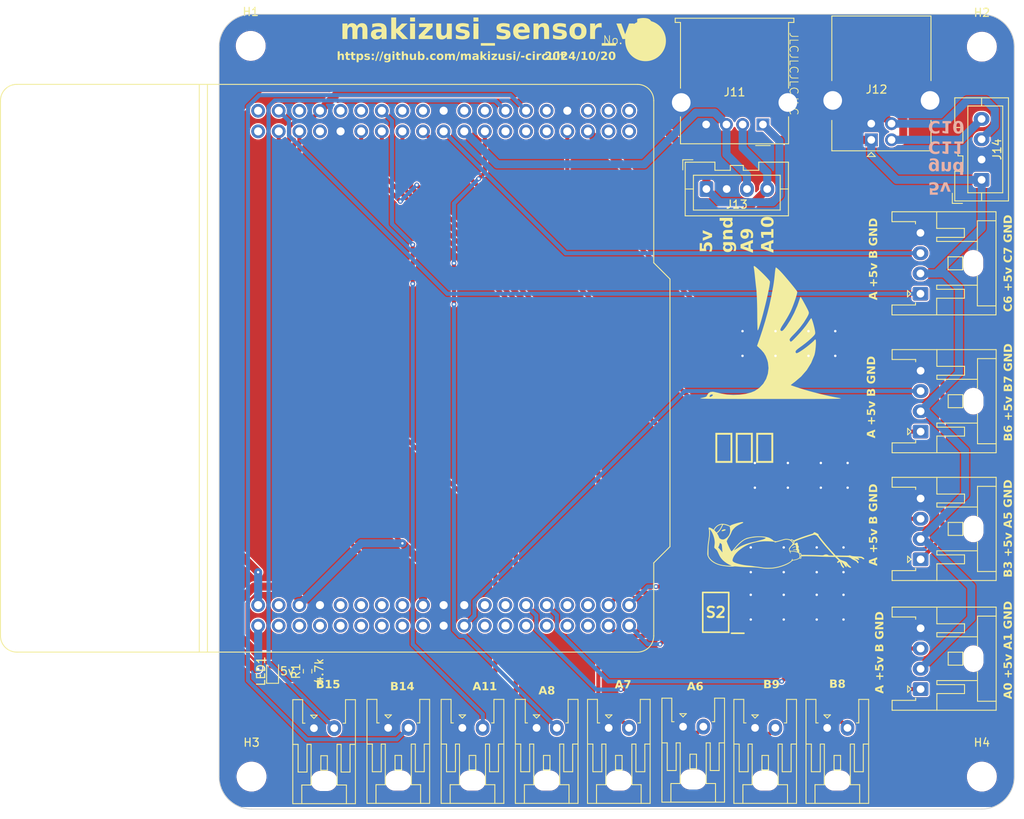
<source format=kicad_pcb>
(kicad_pcb (version 20221018) (generator pcbnew)
  (layers (0 "F.Cu" signal) (31 "B.Cu" signal) (34 "B.Paste" user) (35 "F.Paste" user) (36 "B.SilkS" user "B.Silkscreen") (37 "F.SilkS" user "F.Silkscreen") (38 "B.Mask" user) (39 "F.Mask" user) (44 "Edge.Cuts" user))
  (net 0 "")
  (net 1 "Net-(U1-PC0(PB9))")
  (net 2 "Net-(U1-PC1(PB9))")
  (net 3 "GND")
  (net 4 "Net-(U1-PC2)")
  (net 5 "Net-(U1-PC3)")
  (net 10 "B6")
  (net 11 "B7")
  (net 12 "B8")
  (net 13 "B9")
  (net 15 "Net-(LED1-A)")
  (net 17 "C6")
  (net 18 "C7")
  (net 21 "C10")
  (net 22 "C11")
  (net 26 "+5V")
  (net 28 "A9")
  (net 29 "A10")
  (net 34 "A0")
  (net 35 "A1")
  (net 36 "B15")
  (net 37 "B14")
  (net 39 "A8")
  (net 40 "A11")
  (net 41 "A6")
  (net 44 "A7")
  (net 45 "B3")
  (net 46 "A5")
  (net 55 "C9")
  (net 56 "C8")
  (net 57 "B2")
  (net 58 "B1")
  (net 59 "B0")
  (net 60 "A3")
  (net 61 "A2")
  (footprint "Connector_JST:JST_XA_S04B-XASK-1_1x04_P2.50mm_Horizontal" (layer "F.Cu") (at 206.352 115.51 90)
    (fp_text reference "J5")
    (fp_text value "encoder")
    (pad "" np_thru_hole oval (at 3.75 6.5 90) (size 2.8 2) (drill oval 2.8 2) (layers "*.Cu" "*.Mask"))
    (pad "1" thru_hole roundrect (at 0 0 90) (size 1.7 1.95) (drill 0.95) (layers "*.Cu" "*.Mask") (roundrect_rratio 0.147059) (net 34 "A0"))
    (pad "2" thru_hole oval (at 2.5 0 90) (size 1.7 1.95) (drill 0.95) (layers "*.Cu" "*.Mask") (net 26 "+5V"))
    (pad "3" thru_hole oval (at 5 0 90) (size 1.7 1.95) (drill 0.95) (layers "*.Cu" "*.Mask") (net 35 "A1"))
    (pad "4" thru_hole oval (at 7.5 0 90) (size 1.7 1.95) (drill 0.95) (layers "*.Cu" "*.Mask") (net 3 "GND"))
  )
  (footprint "Connector_JST:JST_XA_S02B-XASK-1_1x02_P2.50mm_Horizontal" (layer "F.Cu") (at 131.592 120.32733)
    (fp_text reference "J9")
    (fp_text value "LS7")
    (pad "" np_thru_hole oval (at 1.25 6.5) (size 2.8 2) (drill oval 2.8 2) (layers "*.Cu" "*.Mask"))
    (pad "1" thru_hole roundrect (at 0 0) (size 1.7 1.95) (drill 0.95) (layers "*.Cu" "*.Mask") (roundrect_rratio 0.147059) (net 3 "GND"))
    (pad "2" thru_hole oval (at 2.5 0) (size 1.7 1.95) (drill 0.95) (layers "*.Cu" "*.Mask") (net 36 "B15"))
  )
  (footprint "Connector_JST:JST_XA_S02B-XASK-1_1x02_P2.50mm_Horizontal" (layer "F.Cu") (at 177.078 120.142)
    (fp_text reference "J3")
    (fp_text value "LS4")
    (pad "" np_thru_hole oval (at 1.25 6.5) (size 2.8 2) (drill oval 2.8 2) (layers "*.Cu" "*.Mask"))
    (pad "1" thru_hole roundrect (at 0 0) (size 1.7 1.95) (drill 0.95) (layers "*.Cu" "*.Mask") (roundrect_rratio 0.147059) (net 3 "GND"))
    (pad "2" thru_hole oval (at 2.5 0) (size 1.7 1.95) (drill 0.95) (layers "*.Cu" "*.Mask") (net 41 "A6"))
  )
  (footprint "Resistor_SMD:R_0603_1608Metric" (layer "F.Cu") (at 130.81 113.3095 90)
    (fp_text reference "R1" (at 0 -1.43 90) (layer "F.SilkS"))
    (fp_text value "4.7k" (at 0 1.43 90) (layer "F.SilkS"))
    (pad "1" smd roundrect (at -0.825 0 90) (size 0.8 0.95) (layers "F.Cu" "F.Paste" "F.Mask") (net 15 "Net-(LED1-A)"))
    (pad "2" smd roundrect (at 0.825 0 90) (size 0.8 0.95) (layers "F.Cu" "F.Paste" "F.Mask") (net 26 "+5V"))
  )
  (footprint "MountingHole:MountingHole_3.2mm_M3" (layer "F.Cu") (at 123.8 36.2)
    (fp_text reference "H1" (at 0 -4.2) (layer "F.SilkS"))
    (fp_text value "MountingHole")
    (pad "" np_thru_hole circle (at 0 0) (size 3.2 3.2) (drill 3.2) (layers "*.Cu" "*.Mask"))
  )
  (footprint "LED_SMD:LED_0603_1608Metric" (layer "F.Cu") (at 126.492 113.3095 90)
    (fp_text reference "LED1" (at 0 -1.43 90) (layer "F.SilkS"))
    (fp_text value "5v" (at 0.009 1.778) (layer "F.SilkS"))
    (pad "1" smd roundrect (at -0.7875 0 90) (size 0.875 0.95) (layers "F.Cu" "F.Paste" "F.Mask") (net 3 "GND"))
    (pad "2" smd roundrect (at 0.7875 0 90) (size 0.875 0.95) (layers "F.Cu" "F.Paste" "F.Mask") (net 15 "Net-(LED1-A)"))
  )
  (footprint "Connector_USB:USB_A_Molex_67643_Horizontal" (layer "F.Cu") (at 186.922 45.89 180)
    (fp_text reference "J11" (at 3.5 3.98) (layer "F.SilkS"))
    (fp_text value "USB_A")
    (pad "1" thru_hole rect (at 0 0 180) (size 1.6 1.5) (drill 0.95) (layers "*.Cu" "*.Mask") (net 26 "+5V"))
    (pad "2" thru_hole circle (at 2.5 0 180) (size 1.6 1.6) (drill 0.95) (layers "*.Cu" "*.Mask") (net 29 "A10"))
    (pad "3" thru_hole circle (at 4.5 0 180) (size 1.6 1.6) (drill 0.95) (layers "*.Cu" "*.Mask") (net 28 "A9"))
    (pad "4" thru_hole circle (at 7 0 180) (size 1.6 1.6) (drill 0.95) (layers "*.Cu" "*.Mask") (net 3 "GND"))
    (pad "5" thru_hole circle (at -3.07 2.71 180) (size 3 3) (drill 2.3) (layers "*.Cu" "*.Mask") (net 3 "GND"))
    (pad "5" thru_hole circle (at 10.07 2.71 180) (size 3 3) (drill 2.3) (layers "*.Cu" "*.Mask") (net 3 "GND"))
  )
  (footprint "Connector_JST:JST_XA_B04B-XASK-1_1x04_P2.50mm_Vertical" (layer "F.Cu") (at 213.868 52.712 90)
    (fp_text reference "J14" (at 3.75 1.905 90) (layer "F.SilkS"))
    (fp_text value "Conn_01x04")
    (pad "1" thru_hole roundrect (at 0 0 90) (size 1.7 1.95) (drill 0.95) (layers "*.Cu" "*.Mask") (roundrect_rratio 0.1470588235) (net 26 "+5V"))
    (pad "2" thru_hole oval (at 2.5 0 90) (size 1.7 1.95) (drill 0.95) (layers "*.Cu" "*.Mask") (net 3 "GND"))
    (pad "3" thru_hole oval (at 5 0 90) (size 1.7 1.95) (drill 0.95) (layers "*.Cu" "*.Mask") (net 22 "C11"))
    (pad "4" thru_hole oval (at 7.5 0 90) (size 1.7 1.95) (drill 0.95) (layers "*.Cu" "*.Mask") (net 21 "C10"))
  )
  (footprint "rogo:turu" (layer "F.Cu") (at 187.925028 96.085539)
    (fp_text reference "G***" hide)
    (fp_text value "LOGO" hide)
  )
  (footprint "Connector_JST:JST_XA_S02B-XASK-1_1x02_P2.50mm_Horizontal" (layer "F.Cu") (at 159.024 120.29)
    (fp_text reference "J2")
    (fp_text value "LS6")
    (pad "" np_thru_hole oval (at 1.25 6.5) (size 2.8 2) (drill oval 2.8 2) (layers "*.Cu" "*.Mask"))
    (pad "1" thru_hole roundrect (at 0 0) (size 1.7 1.95) (drill 0.95) (layers "*.Cu" "*.Mask") (roundrect_rratio 0.147059) (net 3 "GND"))
    (pad "2" thru_hole oval (at 2.5 0) (size 1.7 1.95) (drill 0.95) (layers "*.Cu" "*.Mask") (net 39 "A8"))
  )
  (footprint "Connector_JST:JST_XA_S04B-XASK-1_1x04_P2.50mm_Horizontal" (layer "F.Cu") (at 206.332 66.76 90)
    (fp_text reference "J8")
    (fp_text value "encoder")
    (pad "" np_thru_hole oval (at 3.75 6.5 90) (size 2.8 2) (drill oval 2.8 2) (layers "*.Cu" "*.Mask"))
    (pad "1" thru_hole roundrect (at 0 0 90) (size 1.7 1.95) (drill 0.95) (layers "*.Cu" "*.Mask") (roundrect_rratio 0.147059) (net 17 "C6"))
    (pad "2" thru_hole oval (at 2.5 0 90) (size 1.7 1.95) (drill 0.95) (layers "*.Cu" "*.Mask") (net 26 "+5V"))
    (pad "3" thru_hole oval (at 5 0 90) (size 1.7 1.95) (drill 0.95) (layers "*.Cu" "*.Mask") (net 18 "C7"))
    (pad "4" thru_hole oval (at 7.5 0 90) (size 1.7 1.95) (drill 0.95) (layers "*.Cu" "*.Mask") (net 3 "GND"))
  )
  (footprint "Connector_JST:JST_XA_S02B-XASK-1_1x02_P2.50mm_Horizontal" (layer "F.Cu") (at 194.838 120.29)
    (fp_text reference "J4")
    (fp_text value "LS1")
    (pad "" np_thru_hole oval (at 1.25 6.5) (size 2.8 2) (drill oval 2.8 2) (layers "*.Cu" "*.Mask"))
    (pad "1" thru_hole roundrect (at 0 0) (size 1.7 1.95) (drill 0.95) (layers "*.Cu" "*.Mask") (roundrect_rratio 0.147059) (net 3 "GND"))
    (pad "2" thru_hole oval (at 2.5 0) (size 1.7 1.95) (drill 0.95) (layers "*.Cu" "*.Mask") (net 12 "B8"))
  )
  (footprint "Library:sken" (layer "F.Cu") (at 187.96 77.978)
    (fp_text reference "G***" hide)
    (fp_text value "LOGO" hide)
  )
  (footprint "MountingHole:MountingHole_3.2mm_M3" (layer "F.Cu") (at 213.9 36.3)
    (fp_text reference "H2" (at 0 -4.2) (layer "F.SilkS"))
    (fp_text value "MountingHole")
    (pad "" np_thru_hole circle (at 0 0) (size 3.2 3.2) (drill 3.2) (layers "*.Cu" "*.Mask"))
  )
  (footprint "Connector_USB:USB_B_Lumberg_2411_02_Horizontal" (layer "F.Cu") (at 200.268 47.786 90)
    (fp_text reference "J12" (at 6.2175 0.65) (layer "F.SilkS"))
    (fp_text value "USB_B")
    (pad "1" thru_hole rect (at 0 0 180) (size 1.6 1.6) (drill 0.95) (layers "*.Cu" "*.Mask") (net 26 "+5V"))
    (pad "2" thru_hole circle (at 0 2.5 180) (size 1.6 1.6) (drill 0.95) (layers "*.Cu" "*.Mask") (net 21 "C10"))
    (pad "3" thru_hole circle (at 2 2.5 180) (size 1.6 1.6) (drill 0.95) (layers "*.Cu" "*.Mask") (net 22 "C11"))
    (pad "4" thru_hole circle (at 2 0 180) (size 1.6 1.6) (drill 0.95) (layers "*.Cu" "*.Mask") (net 3 "GND"))
    (pad "5" thru_hole circle (at 4.86 -4.75 180) (size 4 4) (drill 2.3) (layers "*.Cu" "*.Mask") (net 3 "GND"))
    (pad "5" thru_hole circle (at 4.86 7.25 180) (size 4 4) (drill 2.3) (layers "*.Cu" "*.Mask") (net 3 "GND"))
  )
  (footprint "MountingHole:MountingHole_3.2mm_M3" (layer "F.Cu") (at 213.9 126.3)
    (fp_text reference "H4" (at 0 -4.2) (layer "F.SilkS"))
    (fp_text value "MountingHole")
    (pad "" np_thru_hole circle (at 0 0) (size 3.2 3.2) (drill 3.2) (layers "*.Cu" "*.Mask"))
  )
  (footprint "Connector_JST:JST_XA_B04B-XASK-1_1x04_P2.50mm_Vertical" (layer "F.Cu") (at 179.952 53.848)
    (fp_text reference "J13" (at 3.75 1.905) (layer "F.SilkS"))
    (fp_text value "Conn_01x04")
    (pad "1" thru_hole roundrect (at 0 0) (size 1.7 1.95) (drill 0.95) (layers "*.Cu" "*.Mask") (roundrect_rratio 0.1470588235) (net 26 "+5V"))
    (pad "2" thru_hole oval (at 2.5 0) (size 1.7 1.95) (drill 0.95) (layers "*.Cu" "*.Mask") (net 3 "GND"))
    (pad "3" thru_hole oval (at 5 0) (size 1.7 1.95) (drill 0.95) (layers "*.Cu" "*.Mask") (net 28 "A9"))
    (pad "4" thru_hole oval (at 7.5 0) (size 1.7 1.95) (drill 0.95) (layers "*.Cu" "*.Mask") (net 29 "A10"))
  )
  (footprint "Connector_JST:JST_XA_S02B-XASK-1_1x02_P2.50mm_Horizontal" (layer "F.Cu") (at 149.88 120.29)
    (fp_text reference "J15")
    (fp_text value "LS5")
    (pad "" np_thru_hole oval (at 1.25 6.5) (size 2.8 2) (drill oval 2.8 2) (layers "*.Cu" "*.Mask"))
    (pad "1" thru_hole roundrect (at 0 0) (size 1.7 1.95) (drill 0.95) (layers "*.Cu" "*.Mask") (roundrect_rratio 0.147059) (net 3 "GND"))
    (pad "2" thru_hole oval (at 2.5 0) (size 1.7 1.95) (drill 0.95) (layers "*.Cu" "*.Mask") (net 40 "A11"))
  )
  (footprint "Connector_JST:JST_XA_S02B-XASK-1_1x02_P2.50mm_Horizontal" (layer "F.Cu") (at 140.736 120.29)
    (fp_text reference "J1")
    (fp_text value "LS8")
    (pad "" np_thru_hole oval (at 1.25 6.5) (size 2.8 2) (drill oval 2.8 2) (layers "*.Cu" "*.Mask"))
    (pad "1" thru_hole roundrect (at 0 0) (size 1.7 1.95) (drill 0.95) (layers "*.Cu" "*.Mask") (roundrect_rratio 0.147059) (net 3 "GND"))
    (pad "2" thru_hole oval (at 2.5 0) (size 1.7 1.95) (drill 0.95) (layers "*.Cu" "*.Mask") (net 37 "B14"))
  )
  (footprint "MountingHole:MountingHole_3.2mm_M3" (layer "F.Cu") (at 123.9 126.3)
    (fp_text reference "H3" (at 0 -4.2) (layer "F.SilkS"))
    (fp_text value "MountingHole")
    (pad "" np_thru_hole circle (at 0 0) (size 3.2 3.2) (drill 3.2) (layers "*.Cu" "*.Mask"))
  )
  (footprint "Connector_JST:JST_XA_S02B-XASK-1_1x02_P2.50mm_Horizontal" (layer "F.Cu") (at 167.914 120.29)
    (fp_text reference "J16")
    (fp_text value "LS3")
    (pad "" np_thru_hole oval (at 1.25 6.5) (size 2.8 2) (drill oval 2.8 2) (layers "*.Cu" "*.Mask"))
    (pad "1" thru_hole roundrect (at 0 0) (size 1.7 1.95) (drill 0.95) (layers "*.Cu" "*.Mask") (roundrect_rratio 0.147059) (net 3 "GND"))
    (pad "2" thru_hole oval (at 2.5 0) (size 1.7 1.95) (drill 0.95) (layers "*.Cu" "*.Mask") (net 44 "A7"))
  )
  (footprint "Connector_JST:JST_XA_S04B-XASK-1_1x04_P2.50mm_Horizontal" (layer "F.Cu") (at 206.352 99.51 90)
    (fp_text reference "J6")
    (fp_text value "encoder")
    (pad "" np_thru_hole oval (at 3.75 6.5 90) (size 2.8 2) (drill oval 2.8 2) (layers "*.Cu" "*.Mask"))
    (pad "1" thru_hole roundrect (at 0 0 90) (size 1.7 1.95) (drill 0.95) (layers "*.Cu" "*.Mask") (roundrect_rratio 0.147059) (net 45 "B3"))
    (pad "2" thru_hole oval (at 2.5 0 90) (size 1.7 1.95) (drill 0.95) (layers "*.Cu" "*.Mask") (net 26 "+5V"))
    (pad "3" thru_hole oval (at 5 0 90) (size 1.7 1.95) (drill 0.95) (layers "*.Cu" "*.Mask") (net 46 "A5"))
    (pad "4" thru_hole oval (at 7.5 0 90) (size 1.7 1.95) (drill 0.95) (layers "*.Cu" "*.Mask") (net 3 "GND"))
  )
  (footprint "SamacSys:NE555DR" (layer "F.Cu") (at 181.102 106.045 180)
    (fp_text reference "S2" (at 0 0) (layer "F.SilkS") (effects (font (size 1.27 1.27) (thickness 0.254))))
    (fp_text value "KHS42E" hide)
    (pad "1" smd rect (at -2.712 -1.905 270) (size 0.65 1.525) (layers "F.Cu" "F.Paste") (net 3 "GND"))
    (pad "2" smd rect (at -2.712 -0.635 270) (size 0.65 1.525) (layers "F.Cu" "F.Paste") (net 3 "GND"))
    (pad "3" smd rect (at -2.712 0.635 270) (size 0.65 1.525) (layers "F.Cu" "F.Paste") (net 3 "GND"))
    (pad "4" smd rect (at -2.712 1.905 270) (size 0.65 1.525) (layers "F.Cu" "F.Paste") (net 3 "GND"))
    (pad "5" smd rect (at 2.712 1.905 270) (size 0.65 1.525) (layers "F.Cu" "F.Paste") (net 1 "Net-(U1-PC0(PB9))"))
    (pad "6" smd rect (at 2.712 0.635 270) (size 0.65 1.525) (layers "F.Cu" "F.Paste") (net 2 "Net-(U1-PC1(PB9))"))
    (pad "7" smd rect (at 2.712 -0.635 270) (size 0.65 1.525) (layers "F.Cu" "F.Paste") (net 4 "Net-(U1-PC2)"))
    (pad "8" smd rect (at 2.712 -1.905 270) (size 0.65 1.525) (layers "F.Cu" "F.Paste") (net 5 "Net-(U1-PC3)"))
  )
  (footprint "Connector_JST:JST_XA_S02B-XASK-1_1x02_P2.50mm_Horizontal" (layer "F.Cu") (at 185.948 120.29)
    (fp_text reference "J17")
    (fp_text value "LS2")
    (pad "" np_thru_hole oval (at 1.25 6.5) (size 2.8 2) (drill oval 2.8 2) (layers "*.Cu" "*.Mask"))
    (pad "1" thru_hole roundrect (at 0 0) (size 1.7 1.95) (drill 0.95) (layers "*.Cu" "*.Mask") (roundrect_rratio 0.147059) (net 3 "GND"))
    (pad "2" thru_hole oval (at 2.5 0) (size 1.7 1.95) (drill 0.95) (layers "*.Cu" "*.Mask") (net 13 "B9"))
  )
  (footprint "Connector_JST:JST_XA_S04B-XASK-1_1x04_P2.50mm_Horizontal" (layer "F.Cu") (at 206.352 83.76 90)
    (fp_text reference "J7")
    (fp_text value "encoder")
    (pad "" np_thru_hole oval (at 3.75 6.5 90) (size 2.8 2) (drill oval 2.8 2) (layers "*.Cu" "*.Mask"))
    (pad "1" thru_hole roundrect (at 0 0 90) (size 1.7 1.95) (drill 0.95) (layers "*.Cu" "*.Mask") (roundrect_rratio 0.147059) (net 10 "B6"))
    (pad "2" thru_hole oval (at 2.5 0 90) (size 1.7 1.95) (drill 0.95) (layers "*.Cu" "*.Mask") (net 26 "+5V"))
    (pad "3" thru_hole oval (at 5 0 90) (size 1.7 1.95) (drill 0.95) (layers "*.Cu" "*.Mask") (net 11 "B7"))
    (pad "4" thru_hole oval (at 7.5 0 90) (size 1.7 1.95) (drill 0.95) (layers "*.Cu" "*.Mask") (net 3 "GND"))
  )
  (footprint "stm32F446RE-Nucleo:STM32F446RE_Nucleo" (layer "F.Cu") (at 145.878214 77.031786 90)
    (fp_text reference "U1" hide)
    (fp_text value "~" hide)
    (pad "1" thru_hole circle (at -28.124214 -5.924214 90) (size 1.7 1.7) (drill 1) (layers "*.Cu" "*.Mask"))
    (pad "2" thru_hole circle (at -30.664214 -13.544214 90) (size 1.7 1.7) (drill 1) (layers "*.Cu" "*.Mask"))
    (pad "3" thru_hole circle (at -28.124214 -8.464214 90) (size 1.7 1.7) (drill 1) (layers "*.Cu" "*.Mask"))
    (pad "4" thru_hole circle (at 30.295786 -13.544214 90) (size 1.7 1.7) (drill 1) (layers "*.Cu" "*.Mask"))
    (pad "5" thru_hole circle (at -30.664214 -16.084214 90) (size 1.7 1.7) (drill 1) (layers "*.Cu" "*.Mask"))
    (pad "6" thru_hole circle (at -30.664214 19.475786 90) (size 1.7 1.7) (drill 1) (layers "*.Cu" "*.Mask"))
    (pad "7" thru_hole circle (at -28.124214 6.775786 90) (size 1.7 1.7) (drill 1) (layers "*.Cu" "*.Mask"))
    (pad "8" thru_hole circle (at 32.835786 -13.544214 90) (size 1.7 1.7) (drill 1) (layers "*.Cu" "*.Mask") (net 26 "+5V"))
    (pad "9" thru_hole circle (at -28.124214 -16.084214 90) (size 1.7 1.7) (drill 1) (layers "*.Cu" "*.Mask") (net 26 "+5V"))
    (pad "10" thru_hole circle (at -28.124214 -0.844214 90) (size 1.7 1.7) (drill 1) (layers "*.Cu" "*.Mask") (net 26 "+5V"))
    (pad "11" thru_hole circle (at -28.124214 -3.384214 90) (size 1.7 1.7) (drill 1) (layers "*.Cu" "*.Mask"))
    (pad "12" thru_hole circle (at -28.124214 11.855786 90) (size 1.7 1.7) (drill 1) (layers "*.Cu" "*.Mask") (net 34 "A0"))
    (pad "13" thru_hole circle (at -28.124214 14.395786 90) (size 1.7 1.7) (drill 1) (layers "*.Cu" "*.Mask") (net 35 "A1"))
    (pad "14" thru_hole circle (at 30.295786 22.015786 90) (size 1.7 1.7) (drill 1) (layers "*.Cu" "*.Mask") (net 61 "A2"))
    (pad "15" thru_hole circle (at 30.295786 24.555786 90) (size 1.7 1.7) (drill 1) (layers "*.Cu" "*.Mask") (net 60 "A3"))
    (pad "16" thru_hole circle (at -28.124214 16.935786 90) (size 1.7 1.7) (drill 1) (layers "*.Cu" "*.Mask"))
    (pad "17" thru_hole circle (at 30.295786 -8.464214 90) (size 1.7 1.7) (drill 1) (layers "*.Cu" "*.Mask") (net 46 "A5"))
    (pad "18" thru_hole circle (at 30.295786 -5.924214 90) (size 1.7 1.7) (drill 1) (layers "*.Cu" "*.Mask") (net 41 "A6"))
    (pad "19" thru_hole circle (at 30.295786 -3.384214 90) (size 1.7 1.7) (drill 1) (layers "*.Cu" "*.Mask") (net 44 "A7"))
    (pad "20" thru_hole circle (at 30.295786 6.775786 90) (size 1.7 1.7) (drill 1) (layers "*.Cu" "*.Mask") (net 39 "A8"))
    (pad "21" thru_hole circle (at 30.295786 4.235786 90) (size 1.7 1.7) (drill 1) (layers "*.Cu" "*.Mask") (net 28 "A9"))
    (pad "22" thru_hole circle (at 30.295786 19.475786 90) (size 1.7 1.7) (drill 1) (layers "*.Cu" "*.Mask") (net 29 "A10"))
    (pad "23" thru_hole circle (at 32.835786 -5.924214 90) (size 1.7 1.7) (drill 1) (layers "*.Cu" "*.Mask") (net 40 "A11"))
    (pad "24" thru_hole circle (at 32.835786 -8.464214 90) (size 1.7 1.7) (drill 1) (layers "*.Cu" "*.Mask"))
    (pad "25" thru_hole circle (at -30.664214 -5.924214 90) (size 1.7 1.7) (drill 1) (layers "*.Cu" "*.Mask"))
    (pad "26" thru_hole circle (at -30.664214 -3.384214 90) (size 1.7 1.7) (drill 1) (layers "*.Cu" "*.Mask"))
    (pad "27" thru_hole circle (at -30.664214 -0.844214 90) (size 1.7 1.7) (drill 1) (layers "*.Cu" "*.Mask"))
    (pad "28" thru_hole circle (at -28.124214 -18.624214 90) (size 1.7 1.7) (drill 1) (layers "*.Cu" "*.Mask"))
    (pad "29" thru_hole circle (at -30.664214 14.395786 90) (size 1.7 1.7) (drill 1) (layers "*.Cu" "*.Mask"))
    (pad "30" thru_hole circle (at -30.664214 16.935786 90) (size 1.7 1.7) (drill 1) (layers "*.Cu" "*.Mask"))
    (pad "31" thru_hole circle (at -28.124214 19.475786 90) (size 1.7 1.7) (drill 1) (layers "*.Cu" "*.Mask") (net 59 "B0"))
    (pad "32" thru_hole circle (at 32.835786 6.775786 90) (size 1.7 1.7) (drill 1) (layers "*.Cu" "*.Mask") (net 58 "B1"))
    (pad "33" thru_hole circle (at 32.835786 4.235786 90) (size 1.7 1.7) (drill 1) (layers "*.Cu" "*.Mask") (net 57 "B2"))
    (pad "34" thru_hole circle (at 30.295786 16.935786 90) (size 1.7 1.7) (drill 1) (layers "*.Cu" "*.Mask") (net 45 "B3"))
    (pad "35" thru_hole circle (at 30.295786 11.855786 90) (size 1.7 1.7) (drill 1) (layers "*.Cu" "*.Mask"))
    (pad "36" thru_hole circle (at 30.295786 14.395786 90) (size 1.7 1.7) (drill 1) (layers "*.Cu" "*.Mask"))
    (pad "37" thru_hole circle (at 30.295786 -0.844214 90) (size 1.7 1.7) (drill 1) (layers "*.Cu" "*.Mask") (net 10 "B6"))
    (pad "38" thru_hole circle (at -30.664214 4.235786 90) (size 1.7 1.7) (drill 1) (layers "*.Cu" "*.Mask") (net 11 "B7"))
    (pad "39" thru_hole circle (at 30.295786 -18.624214 90) (size 1.7 1.7) (drill 1) (layers "*.Cu" "*.Mask") (net 12 "B8"))
    (pad "40" thru_hole circle (at 30.295786 -16.084214 90) (size 1.7 1.7) (drill 1) (layers "*.Cu" "*.Mask") (net 13 "B9"))
    (pad "41" thru_hole circle (at 30.295786 9.315786 90) (size 1.7 1.7) (drill 1) (layers "*.Cu" "*.Mask"))
    (pad "42" thru_hole circle (at 32.835786 -3.384214 90) (size 1.7 1.7) (drill 1) (layers "*.Cu" "*.Mask"))
    (pad "43" thru_hole circle (at 32.835786 14.395786 90) (size 1.7 1.7) (drill 1) (layers "*.Cu" "*.Mask"))
    (pad "44" thru_hole circle (at 32.835786 11.855786 90) (size 1.7 1.7) (drill 1) (layers "*.Cu" "*.Mask") (net 37 "B14"))
    (pad "45" thru_hole circle (at 32.835786 9.315786 90) (size 1.7 1.7) (drill 1) (layers "*.Cu" "*.Mask") (net 36 "B15"))
    (pad "46" thru_hole circle (at -28.124214 24.555786 90) (size 1.7 1.7) (drill 1) (layers "*.Cu" "*.Mask") (net 1 "Net-(U1-PC0(PB9))"))
    (pad "47" thru_hole circle (at -28.124214 22.015786 90) (size 1.7 1.7) (drill 1) (layers "*.Cu" "*.Mask") (net 2 "Net-(U1-PC1(PB9))"))
    (pad "48" thru_hole circle (at -30.664214 22.015786 90) (size 1.7 1.7) (drill 1) (layers "*.Cu" "*.Mask") (net 4 "Net-(U1-PC2)"))
    (pad "49" thru_hole circle (at -30.664214 24.555786 90) (size 1.7 1.7) (drill 1) (layers "*.Cu" "*.Mask") (net 5 "Net-(U1-PC3)"))
    (pad "50" thru_hole circle (at 32.835786 19.475786 90) (size 1.7 1.7) (drill 1) (layers "*.Cu" "*.Mask"))
    (pad "51" thru_hole circle (at 32.835786 -16.084214 90) (size 1.7 1.7) (drill 1) (layers "*.Cu" "*.Mask"))
    (pad "52" thru_hole circle (at 32.835786 -18.624214 90) (size 1.7 1.7) (drill 1) (layers "*.Cu" "*.Mask") (net 17 "C6"))
    (pad "53" thru_hole circle (at 30.295786 1.695786 90) (size 1.7 1.7) (drill 1) (layers "*.Cu" "*.Mask") (net 18 "C7"))
    (pad "54" thru_hole circle (at 32.835786 -21.164214 90) (size 1.7 1.7) (drill 1) (layers "*.Cu" "*.Mask") (net 56 "C8"))
    (pad "55" thru_hole circle (at 30.295786 -21.164214 90) (size 1.7 1.7) (drill 1) (layers "*.Cu" "*.Mask") (net 55 "C9"))
    (pad "56" thru_hole circle (at -30.664214 -21.164214 90) (size 1.7 1.7) (drill 1) (layers "*.Cu" "*.Mask") (net 21 "C10"))
    (pad "57" thru_hole circle (at -28.124214 -21.164214 90) (size 1.7 1.7) (drill 1) (layers "*.Cu" "*.Mask") (net 22 "C11"))
    (pad "58" thru_hole circle (at -30.664214 -18.624214 90) (size 1.7 1.7) (drill 1) (layers "*.Cu" "*.Mask"))
    (pad "59" thru_hole circle (at -30.664214 6.775786 90) (size 1.7 1.7) (drill 1) (layers "*.Cu" "*.Mask"))
    (pad "60" thru_hole circle (at -30.664214 9.315786 90) (size 1.7 1.7) (drill 1) (layers "*.Cu" "*.Mask"))
    (pad "61" thru_hole circle (at -30.664214 11.855786 90) (size 1.7 1.7) (drill 1) (layers "*.Cu" "*.Mask"))
    (pad "62" thru_hole circle (at -30.664214 1.695786 90) (size 1.7 1.7) (drill 1) (layers "*.Cu" "*.Mask") (net 3 "GND"))
    (pad "62" thru_hole circle (at -28.124214 -13.544214 90) (size 1.7 1.7) (drill 1) (layers "*.Cu" "*.Mask") (net 3 "GND"))
    (pad "62" thru_hole circle (at -28.124214 1.695786 90) (size 1.7 1.7) (drill 1) (layers "*.Cu" "*.Mask") (net 3 "GND"))
    (pad "62" thru_hole circle (at -28.124214 4.235786 90) (size 1.7 1.7) (drill 1) (layers "*.Cu" "*.Mask") (net 3 "GND"))
    (pad "62" thru_hole circle (at 30.295786 -11.004214 90) (size 1.7 1.7) (drill 1) (layers "*.Cu" "*.Mask") (net 3 "GND"))
    (pad "62" thru_hole circle (at 32.835786 1.695786 90) (size 1.7 1.7) (drill 1) (layers "*.Cu" "*.Mask") (net 3 "GND"))
    (pad "62" thru_hole circle (at 32.835786 16.935786 90) (size 1.7 1.7) (drill 1) (layers "*.Cu" "*.Mask") (net 3 "GND"))
    (pad "63" thru_hole circle (at -30.664214 -8.464214 90) (size 1.7 1.7) (drill 1) (layers "*.Cu" "*.Mask"))
    (pad "64" thru_hole circle (at -28.124214 -11.004214 90) (size 1.7 1.7) (drill 1) (layers "*.Cu" "*.Mask"))
    (pad "65" thru_hole circle (at -30.664214 -11.004214 90) (size 1.7 1.7) (drill 1) (layers "*.Cu" "*.Mask"))
    (pad "66" thru_hole circle (at -28.124214 9.315786 90) (size 1.7 1.7) (drill 1) (layers "*.Cu" "*.Mask"))
    (pad "67" thru_hole circle (at 32.835786 -11.004214 90) (size 1.7 1.7) (drill 1) (layers "*.Cu" "*.Mask"))
    (pad "68" thru_hole circle (at 32.835786 -0.844214 90) (size 1.7 1.7) (drill 1) (layers "*.Cu" "*.Mask"))
    (pad "69" thru_hole circle (at 32.835786 22.015786 90) (size 1.7 1.7) (drill 1) (layers "*.Cu" "*.Mask"))
    (pad "70" thru_hole circle (at 32.835786 24.555786 90) (size 1.7 1.7) (drill 1) (layers "*.Cu" "*.Mask"))
  )
  (gr_rect (start 172.4406 35.56) (end 172.466 35.5854) (stroke (width 5)) (fill solid) (layer "F.SilkS"))
  (gr_line (start 119.9 36.3) (end 119.9 126.3) (stroke (width 0.1)) (layer "Edge.Cuts"))
  (gr_line (start 217.9 126.3) (end 217.9 36.3) (stroke (width 0.1)) (layer "Edge.Cuts"))
  (gr_line (start 213.9 32.3) (end 123.9 32.3) (stroke (width 0.1)) (layer "Edge.Cuts"))
  (gr_arc (start 213.9 32.3) (mid 216.728427 33.471573) (end 217.9 36.3) (stroke (width 0.1)) (layer "Edge.Cuts"))
  (gr_line (start 123.9 130.3) (end 213.9 130.3) (stroke (width 0.1)) (layer "Edge.Cuts"))
  (gr_arc (start 123.9 130.3) (mid 121.071573 129.128427) (end 119.9 126.3) (stroke (width 0.1)) (layer "Edge.Cuts"))
  (gr_arc (start 217.9 126.3) (mid 216.728427 129.128427) (end 213.9 130.3) (stroke (width 0.1)) (layer "Edge.Cuts"))
  (gr_arc (start 119.9 36.3) (mid 121.071573 33.471573) (end 123.9 32.3) (stroke (width 0.1)) (layer "Edge.Cuts"))
  (gr_text "5v\ngnd\nC11\nC10" (at 207.264 45.212 180) (layer "B.SilkS") (effects (font (size 1.5 1.5) (thickness 0.1)) (justify left bottom mirror)))
  (gr_text "A11" (at 151.13 115.824) (layer "F.SilkS") (effects (font (size 1 1) (thickness 0.2) bold) (justify left bottom)))
  (gr_text "https://github.com/makizusi/-circuit" (at 134.4 38.1) (layer "F.SilkS") (effects (font (size 1 1) (thickness 0.125) bold) (justify left bottom)))
  (gr_text "No." (at 167.132 36.068) (layer "F.SilkS") (effects (font (size 1 1) (thickness 0.1)) (justify left bottom)))
  (gr_text "B9" (at 186.944 115.57) (layer "F.SilkS") (effects (font (size 1 1) (thickness 0.2) bold) (justify left bottom)))
  (gr_text "A +5v B GND" (at 201.168 67.564 90) (layer "F.SilkS") (effects (font (size 1 1) (thickness 0.1)) (justify left bottom)))
  (gr_text "5v\ngnd\nA9\nA10" (at 188.468 61.722 90) (layer "F.SilkS") (effects (font (size 1.5 1.5) (thickness 0.1)) (justify left bottom)))
  (gr_text "2024/10/20" (at 160 38.1) (layer "F.SilkS") (effects (font (size 1 1) (thickness 0.1) italic) (justify left bottom)))
  (gr_text "A7" (at 168.656 115.594451) (layer "F.SilkS") (effects (font (size 1 1) (thickness 0.2) bold) (justify left bottom)))
  (gr_text "B6 +5v B7 GND" (at 217.782 84.97 90) (layer "F.SilkS") (effects (font (size 1 1) (thickness 0.1)) (justify left bottom)))
  (gr_text "B3 +5v A5 GND" (at 217.762 101.76 90) (layer "F.SilkS") (effects (font (size 1 1) (thickness 0.1)) (justify left bottom)))
  (gr_text "B14" (at 140.97 115.824) (layer "F.SilkS") (effects (font (size 1 1) (thickness 0.2) bold) (justify left bottom)))
  (gr_text "A +5v B GND" (at 201.93 116.078 90) (layer "F.SilkS") (effects (font (size 1 1) (thickness 0.1)) (justify left bottom)))
  (gr_text "A +5v B GND" (at 200.914 84.582 90) (layer "F.SilkS") (effects (font (size 1 1) (thickness 0.1)) (justify left bottom)))
  (gr_text "makizusi_sensor_v3" (at 134.81 35.782) (layer "F.SilkS") (effects (font (size 2.5 2.5) (thickness 0.3) bold) (justify left bottom)))
  (gr_text "センサ" (at 180.848 87.376) (layer "F.SilkS") (effects (font (size 3 3) (thickness 0.3) bold) (justify left bottom)))
  (gr_text "A +5v B GND" (at 201.168 100.33 90) (layer "F.SilkS") (effects (font (size 1 1) (thickness 0.1)) (justify left bottom)))
  (gr_text "JLCJLCJLCJLC" (at 190.136 34.434 -90) (layer "F.SilkS") (effects (font (size 1 1) (thickness 0.1)) (justify left bottom)))
  (gr_text "C6 +5v C7 GND" (at 217.762 69.01 90) (layer "F.SilkS") (effects (font (size 1 1) (thickness 0.1)) (justify left bottom)))
  (gr_text "A6" (at 177.546 115.824) (layer "F.SilkS") (effects (font (size 1 1) (thickness 0.2) bold) (justify left bottom)))
  (gr_text "A0 +5v A1 GND" (at 217.762 116.76 90) (layer "F.SilkS") (effects (font (size 1 1) (thickness 0.1)) (justify left bottom)))
  (gr_text "A8" (at 159.258 116.332) (layer "F.SilkS") (effects (font (size 1 1) (thickness 0.2) bold) (justify left bottom)))
  (gr_text "B15" (at 131.826 115.57) (layer "F.SilkS") (effects (font (size 1 1) (thickness 0.2) bold) (justify left bottom)))
  (gr_text "B8" (at 195.072 115.5211) (layer "F.SilkS") (effects (font (size 1 1) (thickness 0.2) bold) (justify left bottom)))
  (segment (start 177.12 102.87) (end 173.736 102.87) (width 0.5) (layer "F.Cu") (net 1))
  (segment (start 178.39 104.14) (end 177.12 102.87) (width 0.5) (layer "F.Cu") (net 1))
  (via (at 173.736 102.87) (size 0.6) (drill 0.3) (layers "F.Cu" "B.Cu") (net 1))
  (segment (start 172.72 102.87) (end 170.434 105.156) (width 0.5) (layer "B.Cu") (net 1))
  (segment (start 173.736 102.87) (end 172.72 102.87) (width 0.5) (layer "B.Cu") (net 1))
  (segment (start 169.418 103.632) (end 167.894 105.156) (width 0.5) (layer "F.Cu") (net 2))
  (segment (start 176.2565 105.41) (end 174.4785 103.632) (width 0.5) (layer "F.Cu") (net 2))
  (segment (start 178.39 105.41) (end 176.2565 105.41) (width 0.5) (layer "F.Cu") (net 2))
  (segment (start 174.4785 103.632) (end 169.418 103.632) (width 0.5) (layer "F.Cu") (net 2))
  (segment (start 131.592 119.197) (end 126.492 114.097) (width 1) (layer "F.Cu") (net 3))
  (segment (start 131.592 120.32733) (end 131.592 119.197) (width 1) (layer "F.Cu") (net 3))
  (via (at 184.404 74.422) (size 0.6) (drill 0.3) (layers "F.Cu" "B.Cu") (net 3))
  (via (at 196.85 106.934) (size 0.6) (drill 0.3) (layers "F.Cu" "B.Cu") (net 3))
  (via (at 196.85 101.092) (size 0.6) (drill 0.3) (layers "F.Cu" "B.Cu") (net 3))
  (via (at 193.548 98.044) (size 0.6) (drill 0.3) (layers "F.Cu" "B.Cu") (net 3))
  (via (at 185.42 106.934) (size 0.6) (drill 0.3) (layers "F.Cu" "B.Cu") (net 3))
  (via (at 189.992 90.678) (size 0.6) (drill 0.3) (layers "F.Cu" "B.Cu") (net 3))
  (via (at 197.358 87.63) (size 0.6) (drill 0.3) (layers "F.Cu" "B.Cu") (net 3))
  (via (at 189.484 106.934) (size 0.6) (drill 0.3) (layers "F.Cu" "B.Cu") (net 3))
  (via (at 194.056 90.678) (size 0.6) (drill 0.3) (layers "F.Cu" "B.Cu") (net 3))
  (via (at 197.358 90.678) (size 0.6) (drill 0.3) (layers "F.Cu" "B.Cu") (net 3))
  (via (at 192.532 74.422) (size 0.6) (drill 0.3) (layers "F.Cu" "B.Cu") (net 3))
  (via (at 185.42 98.044) (size 0.6) (drill 0.3) (layers "F.Cu" "B.Cu") (net 3))
  (via (at 193.548 103.886) (size 0.6) (drill 0.3) (layers "F.Cu" "B.Cu") (net 3))
  (via (at 194.056 87.63) (size 0.6) (drill 0.3) (layers "F.Cu" "B.Cu") (net 3))
  (via (at 189.992 87.63) (size 0.6) (drill 0.3) (layers "F.Cu" "B.Cu") (net 3))
  (via (at 185.928 90.678) (size 0.6) (drill 0.3) (layers "F.Cu" "B.Cu") (net 3))
  (via (at 193.548 106.934) (size 0.6) (drill 0.3) (layers "F.Cu" "B.Cu") (net 3))
  (via (at 196.85 103.886) (size 0.6) (drill 0.3) (layers "F.Cu" "B.Cu") (net 3))
  (via (at 195.834 71.374) (size 0.6) (drill 0.3) (layers "F.Cu" "B.Cu") (net 3))
  (via (at 188.468 74.422) (size 0.6) (drill 0.3) (layers "F.Cu" "B.Cu") (net 3))
  (via (at 195.834 74.422) (size 0.6) (drill 0.3) (layers "F.Cu" "B.Cu") (net 3))
  (via (at 185.928 87.63) (size 0.6) (drill 0.3) (layers "F.Cu" "B.Cu") (net 3))
  (via (at 188.468 71.374) (size 0.6) (drill 0.3) (layers "F.Cu" "B.Cu") (net 3))
  (via (at 192.532 71.374) (size 0.6) (drill 0.3) (layers "F.Cu" "B.Cu") (net 3))
  (via (at 189.484 103.886) (size 0.6) (drill 0.3) (layers "F.Cu" "B.Cu") (net 3))
  (via (at 184.404 71.374) (size 0.6) (drill 0.3) (layers "F.Cu" "B.Cu") (net 3))
  (via (at 185.42 103.886) (size 0.6) (drill 0.3) (layers "F.Cu" "B.Cu") (net 3))
  (via (at 185.42 101.092) (size 0.6) (drill 0.3) (layers "F.Cu" "B.Cu") (net 3))
  (via (at 193.548 101.092) (size 0.6) (drill 0.3) (layers "F.Cu" "B.Cu") (net 3))
  (via (at 189.484 101.092) (size 0.6) (drill 0.3) (layers "F.Cu" "B.Cu") (net 3))
  (via (at 189.484 98.044) (size 0.6) (drill 0.3) (layers "F.Cu" "B.Cu") (net 3))
  (via (at 196.85 98.044) (size 0.6) (drill 0.3) (layers "F.Cu" "B.Cu") (net 3))
  (segment (start 179.922 49.874) (end 182.452 52.404) (width 1) (layer "B.Cu") (net 3))
  (segment (start 216.662 42.672) (end 216.662 47.418) (width 1) (layer "B.Cu") (net 3))
  (segment (start 182.452 52.404) (end 182.452 53.848) (width 1) (layer "B.Cu") (net 3))
  (segment (start 216.662 47.418) (end 213.868 50.212) (width 1) (layer "B.Cu") (net 3))
  (segment (start 214.916 40.926) (end 216.662 42.672) (width 1) (layer "B.Cu") (net 3))
  (segment (start 200.268 45.786) (end 203.128 42.926) (width 1) (layer "B.Cu") (net 3))
  (segment (start 207.518 42.926) (end 209.518 40.926) (width 1) (layer "B.Cu") (net 3))
  (segment (start 179.922 45.89) (end 179.922 49.874) (width 1) (layer "B.Cu") (net 3))
  (segment (start 209.518 40.926) (end 214.916 40.926) (width 1) (layer "B.Cu") (net 3))
  (segment (start 203.128 42.926) (end 207.518 42.926) (width 1) (layer "B.Cu") (net 3))
  (segment (start 169.1464 108.9484) (end 173.7536 108.9484) (width 0.5) (layer "F.Cu") (net 4))
  (segment (start 176.022 106.68) (end 178.39 106.68) (width 0.5) (layer "F.Cu") (net 4))
  (segment (start 167.894 107.696) (end 169.1464 108.9484) (width 0.5) (layer "F.Cu") (net 4))
  (segment (start 173.7536 108.9484) (end 176.022 106.68) (width 0.5) (layer "F.Cu") (net 4))
  (segment (start 176.276 107.95) (end 174.244 109.982) (width 0.5) (layer "F.Cu") (net 5))
  (segment (start 178.39 107.95) (end 176.276 107.95) (width 0.5) (layer "F.Cu") (net 5))
  (via (at 174.244 109.982) (size 0.6) (drill 0.3) (layers "F.Cu" "B.Cu") (net 5))
  (segment (start 172.72 109.982) (end 170.434 107.696) (width 0.5) (layer "B.Cu") (net 5))
  (segment (start 174.244 109.982) (end 172.72 109.982) (width 0.5) (layer "B.Cu") (net 5))
  (segment (start 206.352 83.76) (end 182.058 83.76) (width 0.5) (layer "F.Cu") (net 10))
  (segment (start 182.058 83.76) (end 145.034 46.736) (width 0.5) (layer "F.Cu") (net 10))
  (segment (start 206.352 78.76) (end 177.272 78.76) (width 0.5) (layer "B.Cu") (net 11))
  (segment (start 177.272 78.76) (end 151.3664 104.6656) (width 0.5) (layer "B.Cu") (net 11))
  (segment (start 151.3664 104.6656) (end 151.3664 106.4436) (width 0.5) (layer "B.Cu") (net 11))
  (segment (start 151.3664 106.4436) (end 150.114 107.696) (width 0.5) (layer "B.Cu") (net 11))
  (segment (start 141.2416 113.899233) (end 141.2416 102.6336) (width 0.5) (layer "F.Cu") (net 12))
  (segment (start 150.314567 122.9722) (end 141.2416 113.899233) (width 0.5) (layer "F.Cu") (net 12))
  (segment (start 141.2416 102.6336) (end 127.254 88.646) (width 0.5) (layer "F.Cu") (net 12))
  (segment (start 127.254 88.646) (end 127.254 46.736) (width 0.5) (layer "F.Cu") (net 12))
  (segment (start 191.721561 118.9126) (end 187.661961 122.9722) (width 0.5) (layer "F.Cu") (net 12))
  (segment (start 197.338 120.29) (end 195.9606 118.9126) (width 0.5) (layer "F.Cu") (net 12))
  (segment (start 187.661961 122.9722) (end 150.314567 122.9722) (width 0.5) (layer "F.Cu") (net 12))
  (segment (start 195.9606 118.9126) (end 191.721561 118.9126) (width 0.5) (layer "F.Cu") (net 12))
  (segment (start 186.4182 122.3198) (end 156.195167 122.3198) (width 0.5) (layer "F.Cu") (net 13))
  (segment (start 188.448 120.29) (end 186.4182 122.3198) (width 0.5) (layer "F.Cu") (net 13))
  (segment (start 153.9416 95.5974) (end 129.794 71.4498) (width 0.5) (layer "F.Cu") (net 13))
  (segment (start 153.9416 120.066233) (end 153.9416 95.5974) (width 0.5) (layer "F.Cu") (net 13))
  (segment (start 129.794 71.4498) (end 129.794 46.736) (width 0.5) (layer "F.Cu") (net 13))
  (segment (start 156.195167 122.3198) (end 153.9416 120.066233) (width 0.5) (layer "F.Cu") (net 13))
  (segment (start 126.623992 112.522) (end 128.236492 114.1345) (width 1) (layer "F.Cu") (net 15))
  (segment (start 126.492 112.522) (end 126.623992 112.522) (width 1) (layer "F.Cu") (net 15))
  (segment (start 128.236492 114.1345) (end 130.81 114.1345) (width 1) (layer "F.Cu") (net 15))
  (segment (start 148.011638 66.76) (end 128.5064 47.254762) (width 0.5) (layer "B.Cu") (net 17))
  (segment (start 128.5064 47.254762) (end 128.5064 45.4484) (width 0.5) (layer "B.Cu") (net 17))
  (segment (start 206.332 66.76) (end 148.011638 66.76) (width 0.5) (layer "B.Cu") (net 17))
  (segment (start 128.5064 45.4484) (end 127.254 44.196) (width 0.5) (layer "B.Cu") (net 17))
  (segment (start 206.332 61.76) (end 162.598 61.76) (width 0.5) (layer "B.Cu") (net 18))
  (segment (start 162.598 61.76) (end 147.574 46.736) (width 0.5) (layer "B.Cu") (net 18))
  (segment (start 204.2204 47.46497) (end 204.2204 45.184396) (width 1) (layer "F.Cu") (net 21))
  (segment (start 124.49066 40.2496) (end 121.158 43.58226) (width 1) (layer "F.Cu") (net 21))
  (segment (start 198.157204 39.1212) (end 134.14932 39.1212) (width 1) (layer "F.Cu") (net 21))
  (segment (start 133.02092 40.2496) (end 124.49066 40.2496) (width 1) (layer "F.Cu") (net 21))
  (segment (start 124.206 113.03) (end 124.714 113.03) (width 1) (layer "F.Cu") (net 21))
  (segment (start 202.768 47.786) (end 203.89937 47.786) (width 1) (layer "F.Cu") (net 21))
  (segment (start 121.158 43.58226) (end 121.158 109.982) (width 1) (layer "F.Cu") (net 21))
  (segment (start 204.2204 45.184396) (end 198.157204 39.1212) (width 1) (layer "F.Cu") (net 21))
  (segment (start 134.14932 39.1212) (end 133.02092 40.2496) (width 1) (layer "F.Cu") (net 21))
  (segment (start 203.89937 47.786) (end 204.2204 47.46497) (width 1) (layer "F.Cu") (net 21))
  (segment (start 121.158 109.982) (end 124.206 113.03) (width 1) (layer "F.Cu") (net 21))
  (via (at 124.714 113.03) (size 0.6) (drill 0.3) (layers "F.Cu" "B.Cu") (net 21))
  (segment (start 211.294 47.786) (end 202.768 47.786) (width 1) (layer "B.Cu") (net 21))
  (segment (start 213.868 45.212) (end 211.294 47.786) (width 1) (layer "B.Cu") (net 21))
  (segment (start 124.714 113.03) (end 124.714 107.696) (width 1) (layer "B.Cu") (net 21))
  (segment (start 122.3104 98.6884) (end 124.714 101.092) (width 1) (layer "F.Cu") (net 22))
  (segment (start 124.968 41.402) (end 122.3104 44.0596) (width 1) (layer "F.Cu") (net 22))
  (segment (start 134.62666 40.2736) (end 133.49826 41.402) (width 1) (layer "F.Cu") (net 22))
  (segment (start 197.2556 40.2736) (end 134.62666 40.2736) (width 1) (layer "F.Cu") (net 22))
  (segment (start 133.49826 41.402) (end 124.968 41.402) (width 1) (layer "F.Cu") (net 22))
  (segment (start 122.3104 44.0596) (end 122.3104 98.6884) (width 1) (layer "F.Cu") (net 22))
  (segment (start 202.768 45.786) (end 197.2556 40.2736) (width 1) (layer "F.Cu") (net 22))
  (via (at 124.714 101.092) (size 0.6) (drill 0.3) (layers "F.Cu" "B.Cu") (net 22))
  (segment (start 202.768 45.786) (end 209.23 45.786) (width 1) (layer "B.Cu") (net 22))
  (segment (start 212.09 42.926) (end 214.376 42.926) (width 1) (layer "B.Cu") (net 22))
  (segment (start 124.714 101.092) (end 124.714 105.156) (width 1) (layer "B.Cu") (net 22))
  (segment (start 215.4954 44.0454) (end 215.4954 46.0846) (width 1) (layer "B.Cu") (net 22))
  (segment (start 215.4954 46.0846) (end 213.868 47.712) (width 1) (layer "B.Cu") (net 22))
  (segment (start 209.23 45.786) (end 212.09 42.926) (width 1) (layer "B.Cu") (net 22))
  (segment (start 214.376 42.926) (end 215.4954 44.0454) (width 1) (layer "B.Cu") (net 22))
  (segment (start 129.275238 45.4836) (end 128.5416 46.217238) (width 0.5) (layer "F.Cu") (net 26))
  (segment (start 122.492 109.03) (end 124.8316 111.3696) (width 1) (layer "F.Cu") (net 26))
  (segment (start 129.794 104.394) (end 128.27 102.87) (width 1) (layer "F.Cu") (net 26))
  (segment (start 124.8316 111.3696) (end 129.6951 111.3696) (width 1) (layer "F.Cu") (net 26))
  (segment (start 179.952 51.589285) (end 179.952 53.848) (width 1) (layer "F.Cu") (net 26))
  (segment (start 129.6951 111.3696) (end 130.81 112.4845) (width 1) (layer "F.Cu") (net 26))
  (segment (start 124.206 102.87) (end 122.492 104.584) (width 1) (layer "F.Cu") (net 26))
  (segment (start 131.0464 45.4836) (end 129.275238 45.4836) (width 0.5) (layer "F.Cu") (net 26))
  (segment (start 188.818 47.786) (end 200.268 47.786) (width 1) (layer "F.Cu") (net 26))
  (segment (start 129.794 105.156) (end 129.794 104.394) (width 1) (layer "F.Cu") (net 26))
  (segment (start 128.27 102.87) (end 124.206 102.87) (width 1) (layer "F.Cu") (net 26))
  (segment (start 132.334 44.196) (end 131.0464 45.4836) (width 0.5) (layer "F.Cu") (net 26))
  (segment (start 145.034 100.076) (end 145.034 105.156) (width 1) (layer "F.Cu") (net 26))
  (segment (start 128.5416 46.217238) (end 128.5416 83.5836) (width 0.5) (layer "F.Cu") (net 26))
  (segment (start 122.492 104.584) (end 122.492 109.03) (width 1) (layer "F.Cu") (net 26))
  (segment (start 134.4888 42.0412) (end 170.403915 42.0412) (width 1) (layer "F.Cu") (net 26))
  (segment (start 143.51 98.552) (end 145.034 100.076) (width 1) (layer "F.Cu") (net 26))
  (segment (start 170.403915 42.0412) (end 179.952 51.589285) (width 1) (layer "F.Cu") (net 26))
  (segment (start 186.922 45.89) (end 188.818 47.786) (width 1) (layer "F.Cu") (net 26))
  (segment (start 142.494 97.536) (end 143.51 98.552) (width 1) (layer "F.Cu") (net 26))
  (segment (start 128.5416 83.5836) (end 142.494 97.536) (width 0.5) (layer "F.Cu") (net 26))
  (segment (start 132.334 44.196) (end 134.4888 42.0412) (width 1) (layer "F.Cu") (net 26))
  (via (at 142.494 97.536) (size 0.6) (drill 0.3) (layers "F.Cu" "B.Cu") (net 26))
  (segment (start 181.5794 55.4754) (end 179.952 53.848) (width 1) (layer "B.Cu") (net 26))
  (segment (start 206.352 113.01) (end 212.598 106.764) (width 1) (layer "B.Cu") (net 26))
  (segment (start 188.9544 47.9224) (end 188.9544 54.6316) (width 1) (layer "B.Cu") (net 26))
  (segment (start 212.598 102.87) (end 206.738 97.01) (width 1) (layer "B.Cu") (net 26))
  (segment (start 188.9544 54.6316) (end 188.1106 55.4754) (width 1) (layer "B.Cu") (net 26))
  (segment (start 200.268 47.786) (end 200.268 49.586) (width 1) (layer "B.Cu") (net 26))
  (segment (start 213.868 58.674) (end 213.868 52.712) (width 1) (layer "B.Cu") (net 26))
  (segment (start 211.836 91.526) (end 211.836 86.106) (width 1) (layer "B.Cu") (net 26))
  (segment (start 188.1106 55.4754) (end 181.5794 55.4754) (width 1) (layer "B.Cu") (net 26))
  (segment (start 209.294 64.26) (end 206.332 64.26) (width 1) (layer "B.Cu") (net 26))
  (segment (start 200.268 49.586) (end 203.394 52.712) (width 1) (layer "B.Cu") (net 26))
  (segment (start 211.074 66.04) (end 209.294 64.26) (width 1) (layer "B.Cu") (net 26))
  (segment (start 212.598 106.764) (end 212.598 102.87) (width 1) (layer "B.Cu") (net 26))
  (segment (start 206.738 97.01) (end 206.352 97.01) (width 1) (layer "B.Cu") (net 26))
  (segment (start 208.282 64.26) (end 213.868 58.674) (width 1) (layer "B.Cu") (net 26))
  (segment (start 206.352 81.26) (end 211.074 76.538) (width 1) (layer "B.Cu") (net 26))
  (segment (start 129.794 105.156) (end 137.414 97.536) (width 1) (layer "B.Cu") (net 26))
  (segment (start 203.394 52.712) (end 213.868 52.712) (width 1) (layer "B.Cu") (net 26))
  (segment (start 206.99 81.26) (end 206.352 81.26) (width 1) (layer "B.Cu") (net 26))
  (segment (start 186.922 45.89) (end 188.9544 47.9224) (width 1) (layer "B.Cu") (net 26))
  (segment (start 206.332 64.26) (end 208.282 64.26) (width 1) (layer "B.Cu") (net 26))
  (segment (start 211.074 76.538) (end 211.074 66.04) (width 1) (layer "B.Cu") (net 26))
  (segment (start 211.836 86.106) (end 206.99 81.26) (width 1) (layer "B.Cu") (net 26))
  (segment (start 137.414 97.536) (end 142.494 97.536) (width 1) (layer "B.Cu") (net 26))
  (segment (start 206.352 97.01) (end 211.836 91.526) (width 1) (layer "B.Cu") (net 26))
  (segment (start 184.952 52.11) (end 184.952 53.848) (width 1) (layer "B.Cu") (net 28))
  (segment (start 154.178 50.8) (end 150.114 46.736) (width 1) (layer "B.Cu") (net 28))
  (segment (start 180.9696 44.4376) (end 178.638354 44.4376) (width 1) (layer "B.Cu") (net 28))
  (segment (start 178.638354 44.4376) (end 172.275954 50.8) (width 1) (layer "B.Cu") (net 28))
  (segment (start 182.422 45.89) (end 180.9696 44.4376) (width 1) (layer "B.Cu") (net 28))
  (segment (start 182.422 45.89) (end 182.422 49.58) (width 1) (layer "B.Cu") (net 28))
  (segment (start 182.422 49.58) (end 184.952 52.11) (width 1) (layer "B.Cu") (net 28))
  (segment (start 172.275954 50.8) (end 154.178 50.8) (width 1) (layer "B.Cu") (net 28))
  (segment (start 175.26 56.642) (end 165.354 46.736) (width 1) (layer "F.Cu") (net 29))
  (segment (start 184.658 56.642) (end 175.26 56.642) (width 1) (layer "F.Cu") (net 29))
  (segment (start 187.452 53.848) (end 184.658 56.642) (width 1) (layer "F.Cu") (net 29))
  (segment (start 187.452 51.816) (end 187.452 53.848) (width 1) (layer "B.Cu") (net 29))
  (segment (start 184.422 45.89) (end 184.422 48.786) (width 1) (layer "B.Cu") (net 29))
  (segment (start 184.422 48.786) (end 187.452 51.816) (width 1) (layer "B.Cu") (net 29))
  (segment (start 206.352 115.51) (end 169.478 115.51) (width 0.5) (layer "F.Cu") (net 34))
  (segment (start 169.478 115.51) (end 169.418 115.57) (width 0.5) (layer "F.Cu") (net 34))
  (via (at 169.418 115.57) (size 0.6) (drill 0.3) (layers "F.Cu" "B.Cu") (net 34))
  (segment (start 159.004 108.197162) (end 159.004 106.426) (width 0.5) (layer "B.Cu") (net 34))
  (segment (start 169.418 115.57) (end 166.376838 115.57) (width 0.5) (layer "B.Cu") (net 34))
  (segment (start 159.004 106.426) (end 157.734 105.156) (width 0.5) (layer "B.Cu") (net 34))
  (segment (start 166.376838 115.57) (end 159.004 108.197162) (width 0.5) (layer "B.Cu") (net 34))
  (segment (start 206.352 110.51) (end 193.274 110.51) (width 0.5) (layer "F.Cu") (net 35))
  (segment (start 193.274 110.51) (end 189.23 114.554) (width 0.5) (layer "F.Cu") (net 35))
  (via (at 189.23 114.554) (size 0.6) (drill 0.3) (layers "F.Cu" "B.Cu") (net 35))
  (segment (start 167.865638 114.554) (end 161.5264 108.214762) (width 0.5) (layer "B.Cu") (net 35))
  (segment (start 161.5264 108.214762) (end 161.5264 106.4084) (width 0.5) (layer "B.Cu") (net 35))
  (segment (start 189.23 114.554) (end 167.865638 114.554) (width 0.5) (layer "B.Cu") (net 35))
  (segment (start 161.5264 106.4084) (end 160.274 105.156) (width 0.5) (layer "B.Cu") (net 35))
  (segment (start 126.0016 112.23693) (end 126.0016 43.677238) (width 0.5) (layer "B.Cu") (net 36))
  (segment (start 134.092 120.32733) (end 126.0016 112.23693) (width 0.5) (layer "B.Cu") (net 36))
  (segment (start 126.0016 43.677238) (end 126.752838 42.926) (width 0.5) (layer "B.Cu") (net 36))
  (segment (start 153.924 42.926) (end 155.194 44.196) (width 0.5) (layer "B.Cu") (net 36))
  (segment (start 126.752838 42.926) (end 153.924 42.926) (width 0.5) (layer "B.Cu") (net 36))
  (segment (start 141.82127 121.70473) (end 130.721767 121.70473) (width 0.5) (layer "B.Cu") (net 37))
  (segment (start 123.4616 114.444563) (end 123.4616 43.677238) (width 0.5) (layer "B.Cu") (net 37))
  (segment (start 143.236 120.29) (end 141.82127 121.70473) (width 0.5) (layer "B.Cu") (net 37))
  (segment (start 155.8116 42.2736) (end 157.734 44.196) (width 0.5) (layer "B.Cu") (net 37))
  (segment (start 124.865238 42.2736) (end 155.8116 42.2736) (width 0.5) (layer "B.Cu") (net 37))
  (segment (start 130.721767 121.70473) (end 123.4616 114.444563) (width 0.5) (layer "B.Cu") (net 37))
  (segment (start 123.4616 43.677238) (end 124.865238 42.2736) (width 0.5) (layer "B.Cu") (net 37))
  (segment (start 151.892 52.578) (end 152.654 51.816) (width 0.5) (layer "F.Cu") (net 39))
  (segment (start 148.844 68.072) (end 148.844 62.992) (width 0.5) (layer "F.Cu") (net 39))
  (segment (start 152.654 51.816) (end 152.654 46.736) (width 0.5) (layer "F.Cu") (net 39))
  (via (at 151.892 52.578) (size 0.6) (drill 0.3) (layers "F.Cu" "B.Cu") (net 39))
  (via (at 148.844 62.992) (size 0.6) (drill 0.3) (layers "F.Cu" "B.Cu") (net 39))
  (via (at 148.844 68.072) (size 0.6) (drill 0.3) (layers "F.Cu" "B.Cu") (net 39))
  (segment (start 148.844 62.992) (end 148.844 55.626) (width 0.5) (layer "B.Cu") (net 39))
  (segment (start 150.1824 108.9484) (end 149.595238 108.9484) (width 0.5) (layer "B.Cu") (net 39))
  (segment (start 148.844 108.197162) (end 148.844 68.072) (width 0.5) (layer "B.Cu") (net 39))
  (segment (start 148.844 55.626) (end 151.892 52.578) (width 0.5) (layer "B.Cu") (net 39))
  (segment (start 149.595238 108.9484) (end 148.844 108.197162) (width 0.5) (layer "B.Cu") (net 39))
  (segment (start 161.524 120.29) (end 150.1824 108.9484) (width 0.5) (layer "B.Cu") (net 39))
  (segment (start 143.764 65.532) (end 143.764 60.706) (width 0.5) (layer "F.Cu") (net 40))
  (via (at 143.764 65.532) (size 0.6) (drill 0.3) (layers "F.Cu" "B.Cu") (net 40))
  (via (at 143.764 60.706) (size 0.6) (drill 0.3) (layers "F.Cu" "B.Cu") (net 40))
  (segment (start 143.764 109.982) (end 143.764 65.532) (width 0.5) (layer "B.Cu") (net 40))
  (segment (start 152.4 118.618) (end 143.764 109.982) (width 0.5) (layer "B.Cu") (net 40))
  (segment (start 141.2064 45.4484) (end 139.954 44.196) (width 0.5) (layer "B.Cu") (net 40))
  (segment (start 152.4 120.27) (end 152.4 118.618) (width 0.5) (layer "B.Cu") (net 40))
  (segment (start 152.38 120.29) (end 152.4 120.27) (width 0.5) (layer "B.Cu") (net 40))
  (segment (start 141.2064 58.1484) (end 141.2064 45.4484) (width 0.5) (layer "B.Cu") (net 40))
  (segment (start 143.764 60.706) (end 141.2064 58.1484) (width 0.5) (layer "B.Cu") (net 40))
  (segment (start 156.4654 68.481194) (end 139.954 51.969794) (width 0.5) (layer "F.Cu") (net 41))
  (segment (start 178.0526 121.6674) (end 156.4654 121.6674) (width 0.5) (layer "F.Cu") (net 41))
  (segment (start 156.4654 121.6674) (end 156.4654 68.481194) (width 0.5) (layer "F.Cu") (net 41))
  (segment (start 139.954 51.969794) (end 139.954 46.736) (width 0.5) (layer "F.Cu") (net 41))
  (segment (start 179.578 120.142) (end 178.0526 121.6674) (width 0.5) (layer "F.Cu") (net 41))
  (segment (start 166.6416 77.734762) (end 142.494 53.587162) (width 0.5) (layer "F.Cu") (net 44))
  (segment (start 142.494 53.587162) (end 142.494 46.736) (width 0.5) (layer "F.Cu") (net 44))
  (segment (start 170.414 120.29) (end 166.6416 116.5176) (width 0.5) (layer "F.Cu") (net 44))
  (segment (start 166.6416 116.5176) (end 166.6416 77.734762) (width 0.5) (layer "F.Cu") (net 44))
  (segment (start 162.814 52.07) (end 162.814 46.736) (width 0.5) (layer "F.Cu") (net 45))
  (segment (start 209.042 96.82) (end 209.042 75.946) (width 0.5) (layer "F.Cu") (net 45))
  (segment (start 199.898 73.914) (end 195.072 69.088) (width 0.5) (layer "F.Cu") (net 45))
  (segment (start 207.01 73.914) (end 199.898 73.914) (width 0.5) (layer "F.Cu") (net 45))
  (segment (start 206.352 99.51) (end 209.042 96.82) (width 0.5) (layer "F.Cu") (net 45))
  (segment (start 195.072 69.088) (end 179.832 69.088) (width 0.5) (layer "F.Cu") (net 45))
  (segment (start 179.832 69.088) (end 162.814 52.07) (width 0.5) (layer "F.Cu") (net 45))
  (segment (start 209.042 75.946) (end 207.01 73.914) (width 0.5) (layer "F.Cu") (net 45))
  (segment (start 206.352 94.51) (end 185.42 94.51) (width 0.5) (layer "F.Cu") (net 46))
  (segment (start 144.261 53.351) (end 185.42 94.51) (width 0.5) (layer "F.Cu") (net 46))
  (segment (start 142.24 55.372) (end 137.414 50.546) (width 0.5) (layer "F.Cu") (net 46))
  (segment (start 185.42 94.51) (end 185.188 94.51) (width 0.5) (layer "F.Cu") (net 46))
  (segment (start 137.414 50.546) (end 137.414 46.736) (width 0.5) (layer "F.Cu") (net 46))
  (via (at 144.261 53.351) (size 0.6) (drill 0.3) (layers "F.Cu" "B.Cu") (net 46))
  (via (at 142.24 55.372) (size 0.6) (drill 0.3) (layers "F.Cu" "B.Cu") (net 46))
  (segment (start 144.261 53.351) (end 142.24 55.372) (width 0.5) (layer "B.Cu") (net 46))
  (zone (net 3) (net_name "GND") (layers "F&B.Cu") (connect_pads yes (clearance 0.000001)) (min_thickness 0.25) (fill yes (thermal_gap 0.5) (thermal_bridge_width 0.5))
    (polygon (pts (xy 119.888 32.004) (xy 218.186 32.004) (xy 218.186 129.54) (xy 217.678 130.048) (xy 119.888 130.048)))
  )
)
</source>
